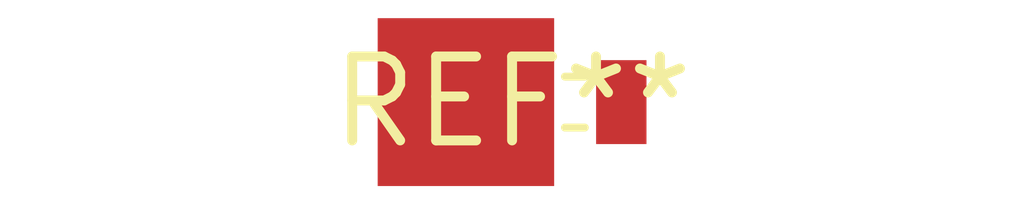
<source format=kicad_pcb>
(kicad_pcb (version 20240108) (generator pcbnew)
  (layers (0 "F.Cu" signal) (31 "B.Cu" signal) (34 "B.Paste" user) (35 "F.Paste" user) (36 "B.SilkS" user "B.Silkscreen") (37 "F.SilkS" user "F.Silkscreen") (38 "B.Mask" user) (39 "F.Mask" user) (44 "Edge.Cuts" user))
  (net 0 "")
  (footprint "D_Powermite_AK" (layer "F.Cu") (at 0 0)
    (property "Reference" "REF**")
    (property "Value" "D_Powermite_AK")
    (fp_line (start 1.1 -0.385) (end 0.8 -0.385) (layer "F.SilkS") (stroke (width 0.12)))
    (fp_line (start 1.1 0.385) (end 0.8 0.385) (layer "F.SilkS") (stroke (width 0.12)))
    (pad "1" smd rect (at -0.6985 0) (size 2.67 2.54) (layers "F.Cu" "F.Paste" "F.Mask"))
    (pad "2" smd rect (at 1.6525 0) (size 0.762 1.27) (layers "F.Cu" "F.Paste" "F.Mask"))
  )
)
</source>
